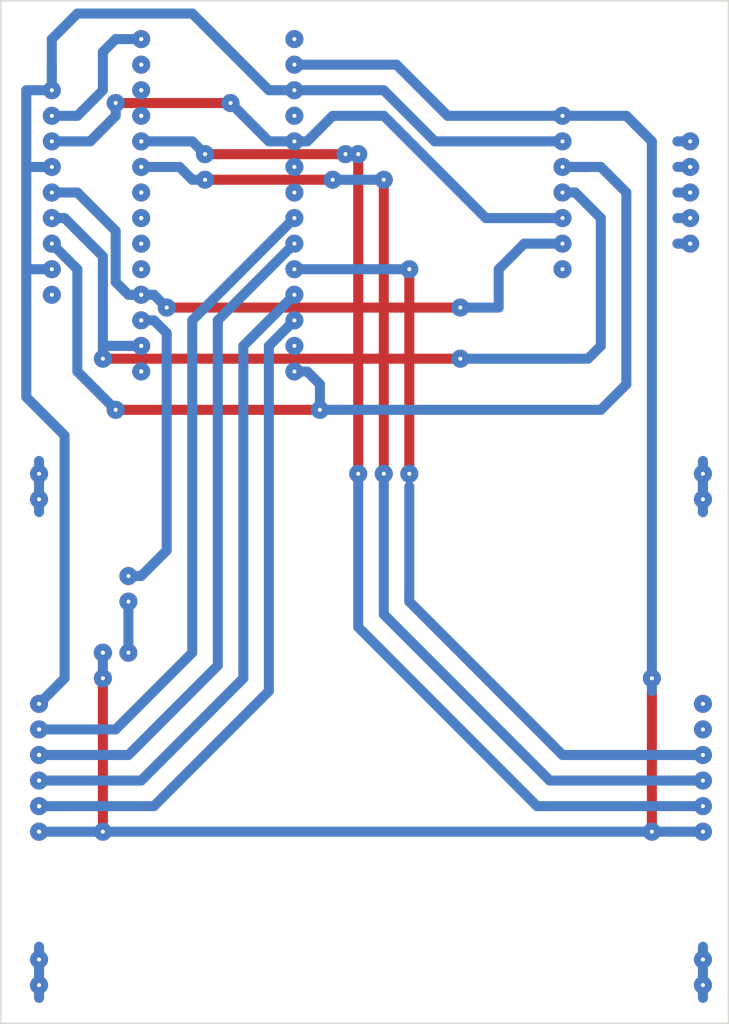
<source format=kicad_pcb>
(kicad_pcb (version 20171130) (host pcbnew "(5.0.1-3-g963ef8bb5)")

  (general
    (thickness 1.6)
    (drawings 4)
    (tracks 389)
    (zones 0)
    (modules 0)
    (nets 1)
  )

  (page A4)
  (layers
    (0 F.Cu signal)
    (31 B.Cu signal)
    (32 B.Adhes user)
    (33 F.Adhes user)
    (34 B.Paste user)
    (35 F.Paste user)
    (36 B.SilkS user)
    (37 F.SilkS user)
    (38 B.Mask user)
    (39 F.Mask user)
    (40 Dwgs.User user)
    (41 Cmts.User user)
    (42 Eco1.User user)
    (43 Eco2.User user)
    (44 Edge.Cuts user)
    (45 Margin user)
    (46 B.CrtYd user)
    (47 F.CrtYd user)
    (48 B.Fab user)
    (49 F.Fab user)
  )

  (setup
    (last_trace_width 1)
    (trace_clearance 0.2)
    (zone_clearance 0.508)
    (zone_45_only no)
    (trace_min 0.2)
    (segment_width 0.2)
    (edge_width 0.15)
    (via_size 1.8)
    (via_drill 0.4)
    (via_min_size 0.4)
    (via_min_drill 0.3)
    (uvia_size 0.3)
    (uvia_drill 0.1)
    (uvias_allowed no)
    (uvia_min_size 0.2)
    (uvia_min_drill 0.1)
    (pcb_text_width 0.3)
    (pcb_text_size 1.5 1.5)
    (mod_edge_width 0.15)
    (mod_text_size 1 1)
    (mod_text_width 0.15)
    (pad_size 1.524 1.524)
    (pad_drill 0.762)
    (pad_to_mask_clearance 0.051)
    (solder_mask_min_width 0.25)
    (aux_axis_origin 0 0)
    (visible_elements FFFFFF7F)
    (pcbplotparams
      (layerselection 0x010fc_ffffffff)
      (usegerberextensions false)
      (usegerberattributes false)
      (usegerberadvancedattributes false)
      (creategerberjobfile false)
      (excludeedgelayer true)
      (linewidth 0.150000)
      (plotframeref false)
      (viasonmask false)
      (mode 1)
      (useauxorigin false)
      (hpglpennumber 1)
      (hpglpenspeed 20)
      (hpglpendiameter 15.000000)
      (psnegative false)
      (psa4output false)
      (plotreference true)
      (plotvalue true)
      (plotinvisibletext false)
      (padsonsilk false)
      (subtractmaskfromsilk false)
      (outputformat 1)
      (mirror false)
      (drillshape 1)
      (scaleselection 1)
      (outputdirectory ""))
  )

  (net 0 "")

  (net_class Default "This is the default net class."
    (clearance 0.2)
    (trace_width 1)
    (via_dia 1.8)
    (via_drill 0.4)
    (uvia_dia 0.3)
    (uvia_drill 0.1)
  )

  (net_class neti ""
    (clearance 0.2)
    (trace_width 0.8)
    (via_dia 3)
    (via_drill 0.4)
    (uvia_dia 0.3)
    (uvia_drill 0.1)
  )

  (gr_line (start 45.72 12.7) (end 118.11 12.7) (layer Edge.Cuts) (width 0.15))
  (gr_line (start 45.72 114.3) (end 118.11 114.3) (layer Edge.Cuts) (width 0.15))
  (gr_line (start 118.11 12.7) (end 118.11 114.3) (layer Edge.Cuts) (width 0.15))
  (gr_line (start 45.72 114.3) (end 45.72 12.7) (layer Edge.Cuts) (width 0.15))

  (via (at 59.69 16.51) (size 0.8) (drill 0.4) (layers F.Cu B.Cu) (net 0))
  (via (at 59.69 19.05) (size 0.8) (drill 0.4) (layers F.Cu B.Cu) (net 0))
  (via (at 59.69 21.59) (size 0.8) (drill 0.4) (layers F.Cu B.Cu) (net 0))
  (via (at 59.69 24.13) (size 0.8) (drill 0.4) (layers F.Cu B.Cu) (net 0))
  (via (at 59.69 26.67) (size 0.8) (drill 0.4) (layers F.Cu B.Cu) (net 0))
  (via (at 59.69 26.67) (size 0.8) (drill 0.4) (layers F.Cu B.Cu) (net 0) (tstamp 5C68311F))
  (via (at 59.69 26.67) (size 0.8) (drill 0.4) (layers F.Cu B.Cu) (net 0))
  (via (at 59.69 29.21) (size 0.8) (drill 0.4) (layers F.Cu B.Cu) (net 0))
  (via (at 59.69 31.75) (size 0.8) (drill 0.4) (layers F.Cu B.Cu) (net 0))
  (via (at 59.69 34.29) (size 0.8) (drill 0.4) (layers F.Cu B.Cu) (net 0))
  (via (at 59.69 36.83) (size 0.8) (drill 0.4) (layers F.Cu B.Cu) (net 0))
  (via (at 59.69 39.37) (size 0.8) (drill 0.4) (layers F.Cu B.Cu) (net 0))
  (via (at 59.69 41.91) (size 0.8) (drill 0.4) (layers F.Cu B.Cu) (net 0))
  (via (at 59.69 44.45) (size 0.8) (drill 0.4) (layers F.Cu B.Cu) (net 0))
  (via (at 59.69 46.99) (size 0.8) (drill 0.4) (layers F.Cu B.Cu) (net 0))
  (via (at 59.69 49.53) (size 0.8) (drill 0.4) (layers F.Cu B.Cu) (net 0))
  (via (at 114.3 29.21) (size 0.8) (drill 0.4) (layers F.Cu B.Cu) (net 0))
  (via (at 114.3 31.75) (size 0.8) (drill 0.4) (layers F.Cu B.Cu) (net 0))
  (via (at 114.3 34.29) (size 0.8) (drill 0.4) (layers F.Cu B.Cu) (net 0))
  (via (at 114.3 36.83) (size 0.8) (drill 0.4) (layers F.Cu B.Cu) (net 0))
  (via (at 49.53 85.09) (size 0.8) (drill 0.4) (layers F.Cu B.Cu) (net 0))
  (via (at 49.53 87.63) (size 0.8) (drill 0.4) (layers F.Cu B.Cu) (net 0))
  (via (at 49.53 90.17) (size 0.8) (drill 0.4) (layers F.Cu B.Cu) (net 0))
  (via (at 49.53 92.71) (size 0.8) (drill 0.4) (layers F.Cu B.Cu) (net 0))
  (via (at 49.53 95.25) (size 0.8) (drill 0.4) (layers F.Cu B.Cu) (net 0))
  (via (at 49.53 87.63) (size 0.8) (drill 0.4) (layers F.Cu B.Cu) (net 0) (tstamp 5C6836AE))
  (via (at 49.53 87.63) (size 0.8) (drill 0.4) (layers F.Cu B.Cu) (net 0))
  (via (at 59.69 49.53) (size 0.8) (drill 0.4) (layers F.Cu B.Cu) (net 0) (tstamp 5C6837BC))
  (via (at 59.69 49.53) (size 1.2) (drill 0.4) (layers F.Cu B.Cu) (net 0))
  (via (at 59.69 16.51) (size 0.8) (drill 0.4) (layers F.Cu B.Cu) (net 0) (tstamp 5C6837BF))
  (via (at 59.69 16.51) (size 1.2) (drill 0.4) (layers F.Cu B.Cu) (net 0))
  (via (at 59.69 19.05) (size 0.8) (drill 0.4) (layers F.Cu B.Cu) (net 0) (tstamp 5C6837C1))
  (via (at 59.69 19.05) (size 1.2) (drill 0.4) (layers F.Cu B.Cu) (net 0))
  (via (at 59.69 21.59) (size 0.8) (drill 0.4) (layers F.Cu B.Cu) (net 0) (tstamp 5C6837C3))
  (via (at 59.69 21.59) (size 1.2) (drill 0.4) (layers F.Cu B.Cu) (net 0))
  (via (at 59.69 24.13) (size 0.8) (drill 0.4) (layers F.Cu B.Cu) (net 0) (tstamp 5C6837C5))
  (via (at 59.69 24.13) (size 1.2) (drill 0.4) (layers F.Cu B.Cu) (net 0))
  (via (at 59.69 26.67) (size 0.8) (drill 0.4) (layers F.Cu B.Cu) (net 0) (tstamp 5C6837C7))
  (via (at 59.69 26.67) (size 1.2) (drill 0.4) (layers F.Cu B.Cu) (net 0))
  (via (at 59.69 29.21) (size 0.8) (drill 0.4) (layers F.Cu B.Cu) (net 0) (tstamp 5C6837C9))
  (via (at 59.69 29.21) (size 1.2) (drill 0.4) (layers F.Cu B.Cu) (net 0))
  (via (at 59.69 31.75) (size 0.8) (drill 0.4) (layers F.Cu B.Cu) (net 0) (tstamp 5C6837CB))
  (via (at 59.69 31.75) (size 1.2) (drill 0.4) (layers F.Cu B.Cu) (net 0))
  (via (at 59.69 34.29) (size 0.8) (drill 0.4) (layers F.Cu B.Cu) (net 0) (tstamp 5C6837CD))
  (via (at 59.69 34.29) (size 1.2) (drill 0.4) (layers F.Cu B.Cu) (net 0))
  (via (at 59.69 36.83) (size 0.8) (drill 0.4) (layers F.Cu B.Cu) (net 0) (tstamp 5C6837CF))
  (via (at 59.69 36.83) (size 1.2) (drill 0.4) (layers F.Cu B.Cu) (net 0))
  (via (at 59.69 39.37) (size 0.8) (drill 0.4) (layers F.Cu B.Cu) (net 0) (tstamp 5C6837D1))
  (via (at 59.69 39.37) (size 1.2) (drill 0.4) (layers F.Cu B.Cu) (net 0))
  (via (at 59.69 41.91) (size 0.8) (drill 0.4) (layers F.Cu B.Cu) (net 0) (tstamp 5C6837D3))
  (via (at 59.69 41.91) (size 1.2) (drill 0.4) (layers F.Cu B.Cu) (net 0))
  (via (at 59.69 44.45) (size 0.8) (drill 0.4) (layers F.Cu B.Cu) (net 0) (tstamp 5C6837D5))
  (via (at 59.69 44.45) (size 1.2) (drill 0.4) (layers F.Cu B.Cu) (net 0))
  (via (at 59.69 46.99) (size 0.8) (drill 0.4) (layers F.Cu B.Cu) (net 0) (tstamp 5C6837D7))
  (via (at 59.69 46.99) (size 1.2) (drill 0.4) (layers F.Cu B.Cu) (net 0))
  (via (at 59.69 49.53) (size 0.8) (drill 0.4) (layers F.Cu B.Cu) (net 0) (tstamp 5C6837D9))
  (via (at 59.69 49.53) (size 1.2) (drill 0.4) (layers F.Cu B.Cu) (net 0))
  (via (at 59.69 49.53) (size 0.8) (drill 0.4) (layers F.Cu B.Cu) (net 0) (tstamp 5C6837F5))
  (via (at 59.69 49.53) (size 1.5) (drill 0.4) (layers F.Cu B.Cu) (net 0))
  (via (at 59.69 49.53) (size 0.8) (drill 0.4) (layers F.Cu B.Cu) (net 0) (tstamp 5C6837F7))
  (via (at 59.69 49.53) (size 1.5) (drill 0.4) (layers F.Cu B.Cu) (net 0))
  (via (at 59.69 46.99) (size 0.8) (drill 0.4) (layers F.Cu B.Cu) (net 0) (tstamp 5C6837F9))
  (via (at 59.69 46.99) (size 1.5) (drill 0.4) (layers F.Cu B.Cu) (net 0))
  (via (at 59.69 44.45) (size 0.8) (drill 0.4) (layers F.Cu B.Cu) (net 0) (tstamp 5C6837FB))
  (via (at 59.69 44.45) (size 1.5) (drill 0.4) (layers F.Cu B.Cu) (net 0))
  (via (at 59.69 41.91) (size 0.8) (drill 0.4) (layers F.Cu B.Cu) (net 0) (tstamp 5C6837FD))
  (via (at 59.69 41.91) (size 1.5) (drill 0.4) (layers F.Cu B.Cu) (net 0))
  (via (at 59.69 39.37) (size 0.8) (drill 0.4) (layers F.Cu B.Cu) (net 0) (tstamp 5C6837FF))
  (via (at 59.69 39.37) (size 1.5) (drill 0.4) (layers F.Cu B.Cu) (net 0))
  (via (at 59.69 36.83) (size 0.8) (drill 0.4) (layers F.Cu B.Cu) (net 0) (tstamp 5C683801))
  (via (at 59.69 36.83) (size 1.5) (drill 0.4) (layers F.Cu B.Cu) (net 0))
  (via (at 59.69 34.29) (size 0.8) (drill 0.4) (layers F.Cu B.Cu) (net 0) (tstamp 5C683803))
  (via (at 59.69 34.29) (size 1.5) (drill 0.4) (layers F.Cu B.Cu) (net 0))
  (via (at 59.69 31.75) (size 0.8) (drill 0.4) (layers F.Cu B.Cu) (net 0) (tstamp 5C683805))
  (via (at 59.69 31.75) (size 1.5) (drill 0.4) (layers F.Cu B.Cu) (net 0))
  (via (at 59.69 29.21) (size 0.8) (drill 0.4) (layers F.Cu B.Cu) (net 0) (tstamp 5C683807))
  (via (at 59.69 29.21) (size 1.5) (drill 0.4) (layers F.Cu B.Cu) (net 0))
  (via (at 59.69 26.67) (size 0.8) (drill 0.4) (layers F.Cu B.Cu) (net 0) (tstamp 5C683809))
  (via (at 59.69 26.67) (size 1.5) (drill 0.4) (layers F.Cu B.Cu) (net 0))
  (via (at 59.69 24.13) (size 0.8) (drill 0.4) (layers F.Cu B.Cu) (net 0) (tstamp 5C68380B))
  (via (at 59.69 24.13) (size 1.5) (drill 0.4) (layers F.Cu B.Cu) (net 0))
  (via (at 59.69 21.59) (size 0.8) (drill 0.4) (layers F.Cu B.Cu) (net 0) (tstamp 5C68380D))
  (via (at 59.69 21.59) (size 1.5) (drill 0.4) (layers F.Cu B.Cu) (net 0))
  (via (at 59.69 19.05) (size 0.8) (drill 0.4) (layers F.Cu B.Cu) (net 0) (tstamp 5C68380F))
  (via (at 59.69 19.05) (size 1.5) (drill 0.4) (layers F.Cu B.Cu) (net 0))
  (via (at 59.69 16.51) (size 0.8) (drill 0.4) (layers F.Cu B.Cu) (net 0) (tstamp 5C683811))
  (via (at 59.69 16.51) (size 1.5) (drill 0.4) (layers F.Cu B.Cu) (net 0))
  (via (at 114.3 29.21) (size 0.8) (drill 0.4) (layers F.Cu B.Cu) (net 0) (tstamp 5C683869))
  (via (at 114.3 29.21) (size 1.5) (drill 0.4) (layers F.Cu B.Cu) (net 0))
  (via (at 114.3 31.75) (size 0.8) (drill 0.4) (layers F.Cu B.Cu) (net 0) (tstamp 5C68386B))
  (via (at 114.3 31.75) (size 1.5) (drill 0.4) (layers F.Cu B.Cu) (net 0))
  (via (at 114.3 34.29) (size 0.8) (drill 0.4) (layers F.Cu B.Cu) (net 0) (tstamp 5C68386D))
  (via (at 114.3 34.29) (size 1.5) (drill 0.4) (layers F.Cu B.Cu) (net 0))
  (via (at 114.3 36.83) (size 0.8) (drill 0.4) (layers F.Cu B.Cu) (net 0) (tstamp 5C68386F))
  (via (at 114.3 36.83) (size 1.5) (drill 0.4) (layers F.Cu B.Cu) (net 0))
  (via (at 49.53 85.09) (size 0.8) (drill 0.4) (layers F.Cu B.Cu) (net 0) (tstamp 5C683885))
  (via (at 49.53 87.63) (size 0.8) (drill 0.4) (layers F.Cu B.Cu) (net 0) (tstamp 5C683887))
  (via (at 49.53 87.63) (size 1.5) (drill 0.4) (layers F.Cu B.Cu) (net 0))
  (via (at 49.53 90.17) (size 0.8) (drill 0.4) (layers F.Cu B.Cu) (net 0) (tstamp 5C683889))
  (via (at 49.53 90.17) (size 1.5) (drill 0.4) (layers F.Cu B.Cu) (net 0))
  (via (at 49.53 92.71) (size 0.8) (drill 0.4) (layers F.Cu B.Cu) (net 0) (tstamp 5C68388B))
  (via (at 49.53 92.71) (size 1.5) (drill 0.4) (layers F.Cu B.Cu) (net 0))
  (via (at 49.53 95.25) (size 0.8) (drill 0.4) (layers F.Cu B.Cu) (net 0) (tstamp 5C68388D))
  (via (at 49.53 95.25) (size 1.5) (drill 0.4) (layers F.Cu B.Cu) (net 0))
  (via (at 49.53 85.09) (size 0.8) (drill 0.4) (layers F.Cu B.Cu) (net 0) (tstamp 5C6842EE))
  (via (at 49.53 85.09) (size 1.5) (drill 0.4) (layers F.Cu B.Cu) (net 0))
  (via (at 49.53 85.09) (size 0.8) (drill 0.4) (layers F.Cu B.Cu) (net 0) (tstamp 5C7B7558))
  (via (at 49.53 85.09) (size 1.8) (drill 0.4) (layers F.Cu B.Cu) (net 0))
  (via (at 49.53 87.63) (size 0.8) (drill 0.4) (layers F.Cu B.Cu) (net 0) (tstamp 5C7B755A))
  (via (at 49.53 87.63) (size 1.8) (drill 0.4) (layers F.Cu B.Cu) (net 0))
  (via (at 49.53 90.17) (size 0.8) (drill 0.4) (layers F.Cu B.Cu) (net 0) (tstamp 5C7B755C))
  (via (at 49.53 90.17) (size 1.8) (drill 0.4) (layers F.Cu B.Cu) (net 0))
  (via (at 49.53 92.71) (size 0.8) (drill 0.4) (layers F.Cu B.Cu) (net 0) (tstamp 5C7B755E))
  (via (at 49.53 92.71) (size 1.8) (drill 0.4) (layers F.Cu B.Cu) (net 0))
  (via (at 49.53 95.25) (size 0.8) (drill 0.4) (layers F.Cu B.Cu) (net 0) (tstamp 5C7B7560))
  (via (at 49.53 95.25) (size 1.8) (drill 0.4) (layers F.Cu B.Cu) (net 0))
  (via (at 114.3 29.21) (size 0.8) (drill 0.4) (layers F.Cu B.Cu) (net 0) (tstamp 5C7B7576))
  (via (at 114.3 29.21) (size 1.8) (drill 0.4) (layers F.Cu B.Cu) (net 0))
  (via (at 114.3 31.75) (size 0.8) (drill 0.4) (layers F.Cu B.Cu) (net 0) (tstamp 5C7B7578))
  (via (at 114.3 31.75) (size 1.8) (drill 0.4) (layers F.Cu B.Cu) (net 0))
  (via (at 114.3 34.29) (size 0.8) (drill 0.4) (layers F.Cu B.Cu) (net 0) (tstamp 5C7B757A))
  (via (at 114.3 34.29) (size 1.8) (drill 0.4) (layers F.Cu B.Cu) (net 0))
  (via (at 114.3 36.83) (size 0.8) (drill 0.4) (layers F.Cu B.Cu) (net 0) (tstamp 5C7B757C))
  (via (at 114.3 36.83) (size 1.8) (drill 0.4) (layers F.Cu B.Cu) (net 0))
  (via (at 59.69 16.51) (size 0.8) (drill 0.4) (layers F.Cu B.Cu) (net 0) (tstamp 5C7B759C))
  (via (at 59.69 16.51) (size 1.8) (drill 0.4) (layers F.Cu B.Cu) (net 0))
  (via (at 59.69 19.05) (size 0.8) (drill 0.4) (layers F.Cu B.Cu) (net 0) (tstamp 5C7B759E))
  (via (at 59.69 19.05) (size 1.8) (drill 0.4) (layers F.Cu B.Cu) (net 0))
  (via (at 59.69 21.59) (size 0.8) (drill 0.4) (layers F.Cu B.Cu) (net 0) (tstamp 5C7B75A0))
  (via (at 59.69 21.59) (size 1.8) (drill 0.4) (layers F.Cu B.Cu) (net 0))
  (via (at 59.69 24.13) (size 0.8) (drill 0.4) (layers F.Cu B.Cu) (net 0) (tstamp 5C7B75A2))
  (via (at 59.69 24.13) (size 1.8) (drill 0.4) (layers F.Cu B.Cu) (net 0))
  (via (at 59.69 26.67) (size 0.8) (drill 0.4) (layers F.Cu B.Cu) (net 0) (tstamp 5C7B75A4))
  (via (at 59.69 26.67) (size 1.8) (drill 0.4) (layers F.Cu B.Cu) (net 0))
  (via (at 59.69 29.21) (size 0.8) (drill 0.4) (layers F.Cu B.Cu) (net 0) (tstamp 5C7B75A6))
  (via (at 59.69 29.21) (size 1.8) (drill 0.4) (layers F.Cu B.Cu) (net 0))
  (via (at 59.69 31.75) (size 0.8) (drill 0.4) (layers F.Cu B.Cu) (net 0) (tstamp 5C7B75A8))
  (via (at 59.69 31.75) (size 1.8) (drill 0.4) (layers F.Cu B.Cu) (net 0))
  (via (at 59.69 34.29) (size 0.8) (drill 0.4) (layers F.Cu B.Cu) (net 0) (tstamp 5C7B75AA))
  (via (at 59.69 34.29) (size 1.8) (drill 0.4) (layers F.Cu B.Cu) (net 0))
  (via (at 59.69 36.83) (size 0.8) (drill 0.4) (layers F.Cu B.Cu) (net 0) (tstamp 5C7B75AC))
  (via (at 59.69 36.83) (size 1.8) (drill 0.4) (layers F.Cu B.Cu) (net 0))
  (via (at 59.69 39.37) (size 0.8) (drill 0.4) (layers F.Cu B.Cu) (net 0) (tstamp 5C7B75AE))
  (via (at 59.69 39.37) (size 1.8) (drill 0.4) (layers F.Cu B.Cu) (net 0))
  (via (at 59.69 41.91) (size 0.8) (drill 0.4) (layers F.Cu B.Cu) (net 0) (tstamp 5C7B75B0))
  (via (at 59.69 41.91) (size 1.8) (drill 0.4) (layers F.Cu B.Cu) (net 0))
  (via (at 59.69 44.45) (size 0.8) (drill 0.4) (layers F.Cu B.Cu) (net 0) (tstamp 5C7B75B2))
  (via (at 59.69 44.45) (size 1.8) (drill 0.4) (layers F.Cu B.Cu) (net 0))
  (via (at 59.69 46.99) (size 0.8) (drill 0.4) (layers F.Cu B.Cu) (net 0) (tstamp 5C7B75B4))
  (via (at 59.69 46.99) (size 1.8) (drill 0.4) (layers F.Cu B.Cu) (net 0))
  (via (at 59.69 49.53) (size 0.8) (drill 0.4) (layers F.Cu B.Cu) (net 0) (tstamp 5C7B75B6))
  (via (at 59.69 49.53) (size 1.8) (drill 0.4) (layers F.Cu B.Cu) (net 0))
  (via (at 115.57 95.25) (size 1.8) (drill 0.4) (layers F.Cu B.Cu) (net 0))
  (via (at 115.57 92.71) (size 1.8) (drill 0.4) (layers F.Cu B.Cu) (net 0))
  (via (at 115.57 90.17) (size 1.8) (drill 0.4) (layers F.Cu B.Cu) (net 0))
  (via (at 115.57 87.63) (size 1.8) (drill 0.4) (layers F.Cu B.Cu) (net 0))
  (via (at 115.57 85.09) (size 1.8) (drill 0.4) (layers F.Cu B.Cu) (net 0))
  (via (at 115.57 82.55) (size 1.8) (drill 0.4) (layers F.Cu B.Cu) (net 0))
  (via (at 101.6 26.67) (size 1.8) (drill 0.4) (layers F.Cu B.Cu) (net 0))
  (via (at 101.6 29.21) (size 1.8) (drill 0.4) (layers F.Cu B.Cu) (net 0))
  (via (at 101.6 31.75) (size 1.8) (drill 0.4) (layers F.Cu B.Cu) (net 0))
  (via (at 101.6 34.29) (size 1.8) (drill 0.4) (layers F.Cu B.Cu) (net 0))
  (via (at 101.6 36.83) (size 1.8) (drill 0.4) (layers F.Cu B.Cu) (net 0))
  (via (at 101.6 39.37) (size 1.8) (drill 0.4) (layers F.Cu B.Cu) (net 0))
  (via (at 101.6 24.13) (size 1.8) (drill 0.4) (layers F.Cu B.Cu) (net 0))
  (via (at 49.53 110.49) (size 1.8) (drill 0.4) (layers F.Cu B.Cu) (net 0))
  (via (at 115.57 110.49) (size 1.8) (drill 0.4) (layers F.Cu B.Cu) (net 0))
  (via (at 115.57 107.95) (size 1.8) (drill 0.4) (layers F.Cu B.Cu) (net 0))
  (via (at 49.53 107.95) (size 1.8) (drill 0.4) (layers F.Cu B.Cu) (net 0))
  (via (at 49.53 62.23) (size 1.8) (drill 0.4) (layers F.Cu B.Cu) (net 0))
  (via (at 49.53 59.69) (size 1.8) (drill 0.4) (layers F.Cu B.Cu) (net 0))
  (via (at 49.53 82.55) (size 1.8) (drill 0.4) (layers F.Cu B.Cu) (net 0))
  (via (at 115.57 59.69) (size 1.8) (drill 0.4) (layers F.Cu B.Cu) (net 0))
  (via (at 115.57 62.23) (size 1.8) (drill 0.4) (layers F.Cu B.Cu) (net 0))
  (via (at 50.8 31.75) (size 1.8) (drill 0.4) (layers F.Cu B.Cu) (net 0))
  (via (at 50.8 29.21) (size 1.8) (drill 0.4) (layers F.Cu B.Cu) (net 0))
  (via (at 50.8 34.29) (size 1.8) (drill 0.4) (layers F.Cu B.Cu) (net 0))
  (via (at 50.8 36.83) (size 1.8) (drill 0.4) (layers F.Cu B.Cu) (net 0))
  (via (at 50.8 26.67) (size 1.8) (drill 0.4) (layers F.Cu B.Cu) (net 0))
  (via (at 50.8 24.13) (size 1.8) (drill 0.4) (layers F.Cu B.Cu) (net 0))
  (via (at 50.8 39.37) (size 1.8) (drill 0.4) (layers F.Cu B.Cu) (net 0))
  (via (at 50.8 41.91) (size 1.8) (drill 0.4) (layers F.Cu B.Cu) (net 0))
  (via (at 50.8 21.59) (size 1.8) (drill 0.4) (layers F.Cu B.Cu) (net 0))
  (via (at 74.93 16.51) (size 1.8) (drill 0.4) (layers F.Cu B.Cu) (net 0))
  (via (at 74.93 19.05) (size 1.8) (drill 0.4) (layers F.Cu B.Cu) (net 0))
  (via (at 74.93 21.59) (size 1.8) (drill 0.4) (layers F.Cu B.Cu) (net 0))
  (via (at 74.93 24.13) (size 1.8) (drill 0.4) (layers F.Cu B.Cu) (net 0))
  (via (at 74.93 26.67) (size 1.8) (drill 0.4) (layers F.Cu B.Cu) (net 0))
  (via (at 74.93 29.21) (size 1.8) (drill 0.4) (layers F.Cu B.Cu) (net 0))
  (via (at 74.93 31.75) (size 1.8) (drill 0.4) (layers F.Cu B.Cu) (net 0))
  (via (at 74.93 34.29) (size 1.8) (drill 0.4) (layers F.Cu B.Cu) (net 0))
  (via (at 74.93 36.83) (size 1.8) (drill 0.4) (layers F.Cu B.Cu) (net 0))
  (via (at 74.93 39.37) (size 1.8) (drill 0.4) (layers F.Cu B.Cu) (net 0))
  (via (at 74.93 41.91) (size 1.8) (drill 0.4) (layers F.Cu B.Cu) (net 0))
  (via (at 74.93 44.45) (size 1.8) (drill 0.4) (layers F.Cu B.Cu) (net 0))
  (via (at 74.93 46.99) (size 1.8) (drill 0.4) (layers F.Cu B.Cu) (net 0))
  (via (at 74.93 49.53) (size 1.8) (drill 0.4) (layers F.Cu B.Cu) (net 0))
  (segment (start 74.93 21.59) (end 83.82 21.59) (width 1) (layer B.Cu) (net 0))
  (segment (start 88.9 26.67) (end 101.6 26.67) (width 1) (layer B.Cu) (net 0))
  (segment (start 83.82 21.59) (end 88.9 26.67) (width 1) (layer B.Cu) (net 0))
  (segment (start 74.93 19.05) (end 85.09 19.05) (width 1) (layer B.Cu) (net 0))
  (segment (start 85.09 19.05) (end 90.17 24.13) (width 1) (layer B.Cu) (net 0))
  (segment (start 90.17 24.13) (end 101.6 24.13) (width 1) (layer B.Cu) (net 0))
  (segment (start 50.8 16.51) (end 53.34 13.97) (width 1) (layer B.Cu) (net 0))
  (segment (start 53.34 13.97) (end 64.77 13.97) (width 1) (layer B.Cu) (net 0))
  (segment (start 64.77 13.97) (end 72.39 21.59) (width 1) (layer B.Cu) (net 0))
  (segment (start 72.39 21.59) (end 74.93 21.59) (width 1) (layer B.Cu) (net 0))
  (segment (start 50.8 21.59) (end 50.8 19.05) (width 1) (layer B.Cu) (net 0))
  (segment (start 50.8 19.05) (end 50.8 16.51) (width 1) (layer B.Cu) (net 0))
  (segment (start 50.8 20.32) (end 50.8 19.05) (width 1) (layer B.Cu) (net 0))
  (segment (start 57.15 16.51) (end 59.69 16.51) (width 1) (layer B.Cu) (net 0))
  (segment (start 55.88 17.78) (end 57.15 16.51) (width 1) (layer B.Cu) (net 0))
  (segment (start 55.88 21.59) (end 55.88 17.78) (width 1) (layer B.Cu) (net 0))
  (segment (start 53.34 24.13) (end 55.88 21.59) (width 1) (layer B.Cu) (net 0))
  (segment (start 50.8 24.13) (end 53.34 24.13) (width 1) (layer B.Cu) (net 0))
  (via (at 68.58 22.86) (size 1.8) (drill 0.4) (layers F.Cu B.Cu) (net 0))
  (via (at 57.15 22.86) (size 1.8) (drill 0.4) (layers F.Cu B.Cu) (net 0))
  (segment (start 50.8 26.67) (end 54.61 26.67) (width 1) (layer B.Cu) (net 0))
  (segment (start 54.61 26.67) (end 55.88 25.4) (width 1) (layer B.Cu) (net 0))
  (segment (start 50.8 21.59) (end 48.26 21.59) (width 1) (layer B.Cu) (net 0))
  (segment (start 48.26 21.59) (end 48.26 29.21) (width 1) (layer B.Cu) (net 0))
  (segment (start 48.26 29.21) (end 50.8 29.21) (width 1) (layer B.Cu) (net 0))
  (segment (start 48.26 29.21) (end 48.26 39.37) (width 1) (layer B.Cu) (net 0))
  (segment (start 48.26 39.37) (end 50.8 39.37) (width 1) (layer B.Cu) (net 0))
  (segment (start 57.15 53.34) (end 57.15 53.34) (width 1) (layer B.Cu) (net 0) (tstamp 5D87702D))
  (via (at 57.15 53.34) (size 1.8) (drill 0.4) (layers F.Cu B.Cu) (net 0))
  (segment (start 53.34 49.53) (end 57.15 53.34) (width 1) (layer B.Cu) (net 0))
  (segment (start 53.34 39.37) (end 53.34 49.53) (width 1) (layer B.Cu) (net 0))
  (segment (start 50.8 36.83) (end 53.34 39.37) (width 1) (layer B.Cu) (net 0))
  (segment (start 58.42 46.99) (end 59.69 46.99) (width 1) (layer B.Cu) (net 0))
  (segment (start 58.42 41.91) (end 59.69 41.91) (width 1) (layer B.Cu) (net 0))
  (segment (start 57.15 40.64) (end 58.42 41.91) (width 1) (layer B.Cu) (net 0))
  (segment (start 49.53 95.25) (end 55.88 95.25) (width 1) (layer B.Cu) (net 0))
  (segment (start 48.26 39.37) (end 48.26 52.07) (width 1) (layer B.Cu) (net 0))
  (segment (start 48.26 52.07) (end 52.07 55.88) (width 1) (layer B.Cu) (net 0))
  (segment (start 52.07 80.01) (end 49.53 82.55) (width 1) (layer B.Cu) (net 0))
  (segment (start 52.07 55.88) (end 52.07 80.01) (width 1) (layer B.Cu) (net 0))
  (segment (start 113.03 29.21) (end 114.3 29.21) (width 1) (layer B.Cu) (net 0))
  (segment (start 113.03 31.75) (end 114.3 31.75) (width 1) (layer B.Cu) (net 0))
  (segment (start 113.03 34.29) (end 114.3 34.29) (width 1) (layer B.Cu) (net 0))
  (segment (start 113.03 36.83) (end 114.3 36.83) (width 1) (layer B.Cu) (net 0))
  (segment (start 64.77 26.67) (end 66.04 27.94) (width 1) (layer B.Cu) (net 0))
  (segment (start 59.69 26.67) (end 64.77 26.67) (width 1) (layer B.Cu) (net 0))
  (segment (start 53.34 31.75) (end 57.15 35.56) (width 1) (layer B.Cu) (net 0))
  (segment (start 57.15 35.56) (end 57.15 40.64) (width 1) (layer B.Cu) (net 0))
  (segment (start 50.8 31.75) (end 53.34 31.75) (width 1) (layer B.Cu) (net 0))
  (segment (start 52.07 34.29) (end 55.88 38.1) (width 1) (layer B.Cu) (net 0))
  (segment (start 50.8 34.29) (end 52.07 34.29) (width 1) (layer B.Cu) (net 0))
  (segment (start 55.88 38.1) (end 55.88 44.45) (width 1) (layer B.Cu) (net 0))
  (segment (start 64.77 77.47) (end 57.15 85.09) (width 1) (layer B.Cu) (net 0))
  (segment (start 57.15 85.09) (end 49.53 85.09) (width 1) (layer B.Cu) (net 0))
  (segment (start 58.42 77.47) (end 58.42 77.47) (width 1) (layer B.Cu) (net 0) (tstamp 5D8774FA))
  (via (at 58.42 77.47) (size 1.8) (drill 0.4) (layers F.Cu B.Cu) (net 0))
  (segment (start 74.93 36.83) (end 67.31 44.45) (width 1) (layer B.Cu) (net 0))
  (segment (start 67.31 44.45) (end 67.31 78.74) (width 1) (layer B.Cu) (net 0))
  (segment (start 67.31 78.74) (end 58.42 87.63) (width 1) (layer B.Cu) (net 0))
  (segment (start 58.42 87.63) (end 49.53 87.63) (width 1) (layer B.Cu) (net 0))
  (segment (start 74.93 34.29) (end 64.77 44.45) (width 1) (layer B.Cu) (net 0))
  (segment (start 64.77 44.45) (end 64.77 77.47) (width 1) (layer B.Cu) (net 0))
  (segment (start 57.15 53.34) (end 77.47 53.34) (width 1) (layer F.Cu) (net 0))
  (segment (start 74.93 41.91) (end 69.85 46.99) (width 1) (layer B.Cu) (net 0))
  (segment (start 69.85 46.99) (end 69.85 80.01) (width 1) (layer B.Cu) (net 0))
  (segment (start 69.85 80.01) (end 59.69 90.17) (width 1) (layer B.Cu) (net 0))
  (segment (start 59.69 90.17) (end 49.53 90.17) (width 1) (layer B.Cu) (net 0))
  (via (at 77.47 53.34) (size 1.8) (drill 0.4) (layers F.Cu B.Cu) (net 0))
  (segment (start 115.57 59.69) (end 115.57 63.5) (width 1) (layer B.Cu) (net 0))
  (segment (start 115.57 63.5) (end 115.57 58.42) (width 1) (layer B.Cu) (net 0))
  (segment (start 49.53 58.42) (end 49.53 63.5) (width 1) (layer B.Cu) (net 0))
  (segment (start 115.57 106.68) (end 115.57 111.76) (width 1) (layer B.Cu) (net 0))
  (segment (start 49.53 106.68) (end 49.53 111.76) (width 1) (layer B.Cu) (net 0))
  (segment (start 101.6 87.63) (end 115.57 87.63) (width 1) (layer B.Cu) (net 0))
  (segment (start 60.96 92.71) (end 49.53 92.71) (width 1) (layer B.Cu) (net 0))
  (segment (start 72.39 81.28) (end 60.96 92.71) (width 1) (layer B.Cu) (net 0))
  (segment (start 72.39 46.99) (end 72.39 81.28) (width 1) (layer B.Cu) (net 0))
  (segment (start 74.93 44.45) (end 72.39 46.99) (width 1) (layer B.Cu) (net 0))
  (segment (start 66.04 27.94) (end 66.04 27.94) (width 1) (layer B.Cu) (net 0) (tstamp 5D877813))
  (via (at 66.04 27.94) (size 1.8) (drill 0.4) (layers F.Cu B.Cu) (net 0))
  (via (at 66.04 30.48) (size 1.8) (drill 0.4) (layers F.Cu B.Cu) (net 0))
  (segment (start 64.77 30.48) (end 66.04 30.48) (width 1) (layer B.Cu) (net 0))
  (segment (start 63.5 29.21) (end 64.77 30.48) (width 1) (layer B.Cu) (net 0))
  (segment (start 59.69 29.21) (end 63.5 29.21) (width 1) (layer B.Cu) (net 0))
  (segment (start 69.85 24.13) (end 68.58 22.86) (width 1) (layer B.Cu) (net 0))
  (segment (start 54.61 26.67) (end 57.15 24.13) (width 1) (layer B.Cu) (net 0))
  (segment (start 57.15 24.13) (end 57.15 22.86) (width 1) (layer B.Cu) (net 0))
  (segment (start 57.15 22.86) (end 68.58 22.86) (width 1) (layer F.Cu) (net 0))
  (segment (start 66.04 30.48) (end 78.74 30.48) (width 1) (layer F.Cu) (net 0))
  (segment (start 76.2 49.53) (end 77.47 50.8) (width 1) (layer B.Cu) (net 0))
  (segment (start 77.47 50.8) (end 77.47 53.34) (width 1) (layer B.Cu) (net 0))
  (via (at 78.74 30.48) (size 1.8) (drill 0.4) (layers F.Cu B.Cu) (net 0))
  (segment (start 81.28 30.48) (end 81.28 30.48) (width 1) (layer F.Cu) (net 0) (tstamp 5D877C04))
  (via (at 83.82 30.48) (size 1.8) (drill 0.4) (layers F.Cu B.Cu) (net 0))
  (via (at 80.01 27.94) (size 1.8) (drill 0.4) (layers F.Cu B.Cu) (net 0))
  (segment (start 66.04 27.94) (end 66.04 27.94) (width 1) (layer B.Cu) (net 0) (tstamp 5D877C27))
  (via (at 66.04 27.94) (size 1.8) (drill 0.4) (layers F.Cu B.Cu) (net 0))
  (segment (start 66.04 27.94) (end 80.01 27.94) (width 1) (layer F.Cu) (net 0))
  (segment (start 74.93 39.37) (end 86.36 39.37) (width 1) (layer B.Cu) (net 0))
  (segment (start 86.36 39.37) (end 86.36 39.37) (width 1) (layer B.Cu) (net 0) (tstamp 5D877CFE))
  (via (at 86.36 39.37) (size 1.8) (drill 0.4) (layers F.Cu B.Cu) (net 0))
  (segment (start 96.52 82.55) (end 101.6 87.63) (width 1) (layer B.Cu) (net 0))
  (segment (start 95.25 81.28) (end 96.52 82.55) (width 1) (layer B.Cu) (net 0))
  (segment (start 81.28 30.48) (end 81.28 59.69) (width 1) (layer F.Cu) (net 0))
  (segment (start 86.36 39.37) (end 86.36 59.69) (width 1) (layer F.Cu) (net 0))
  (segment (start 86.36 72.39) (end 86.36 71.12) (width 1) (layer B.Cu) (net 0))
  (segment (start 96.52 82.55) (end 86.36 72.39) (width 1) (layer B.Cu) (net 0))
  (via (at 81.28 59.69) (size 1.8) (drill 0.4) (layers F.Cu B.Cu) (net 0))
  (via (at 83.82 59.69) (size 1.8) (drill 0.4) (layers F.Cu B.Cu) (net 0))
  (via (at 86.36 59.69) (size 1.8) (drill 0.4) (layers F.Cu B.Cu) (net 0))
  (segment (start 86.36 60.96) (end 86.36 72.39) (width 1) (layer B.Cu) (net 0))
  (segment (start 100.33 90.17) (end 115.57 90.17) (width 1) (layer B.Cu) (net 0))
  (segment (start 83.82 73.66) (end 100.33 90.17) (width 1) (layer B.Cu) (net 0))
  (segment (start 83.82 59.69) (end 83.82 73.66) (width 1) (layer B.Cu) (net 0))
  (segment (start 99.06 92.71) (end 115.57 92.71) (width 1) (layer B.Cu) (net 0))
  (segment (start 81.28 74.93) (end 99.06 92.71) (width 1) (layer B.Cu) (net 0))
  (segment (start 81.28 59.69) (end 81.28 74.93) (width 1) (layer B.Cu) (net 0))
  (via (at 55.88 80.01) (size 1.8) (drill 0.4) (layers F.Cu B.Cu) (net 0))
  (segment (start 55.88 95.25) (end 110.49 95.25) (width 1) (layer B.Cu) (net 0) (tstamp 5D877ECA))
  (via (at 55.88 95.25) (size 1.8) (drill 0.4) (layers F.Cu B.Cu) (net 0))
  (via (at 55.88 77.47) (size 1.8) (drill 0.4) (layers F.Cu B.Cu) (net 0))
  (via (at 55.88 77.47) (size 1.8) (drill 0.4) (layers F.Cu B.Cu) (net 0) (tstamp 5D877EEF))
  (via (at 55.88 77.47) (size 1.8) (drill 0.4) (layers F.Cu B.Cu) (net 0))
  (segment (start 55.88 77.47) (end 55.88 80.01) (width 1) (layer B.Cu) (net 0))
  (segment (start 55.88 80.01) (end 55.88 95.25) (width 1) (layer F.Cu) (net 0))
  (via (at 62.23 43.18) (size 1.8) (drill 0.4) (layers F.Cu B.Cu) (net 0))
  (segment (start 60.96 44.45) (end 62.23 45.72) (width 1) (layer B.Cu) (net 0))
  (segment (start 59.69 44.45) (end 60.96 44.45) (width 1) (layer B.Cu) (net 0))
  (segment (start 60.96 41.91) (end 62.23 43.18) (width 1) (layer B.Cu) (net 0))
  (segment (start 59.69 41.91) (end 60.96 41.91) (width 1) (layer B.Cu) (net 0))
  (segment (start 58.42 41.91) (end 60.96 41.91) (width 1) (layer B.Cu) (net 0))
  (segment (start 91.44 43.18) (end 91.44 43.18) (width 1) (layer B.Cu) (net 0) (tstamp 5D877F99))
  (via (at 91.44 43.18) (size 1.8) (drill 0.4) (layers F.Cu B.Cu) (net 0))
  (segment (start 62.23 43.18) (end 91.44 43.18) (width 1) (layer F.Cu) (net 0))
  (via (at 55.88 48.26) (size 1.8) (drill 0.4) (layers F.Cu B.Cu) (net 0))
  (segment (start 55.88 46.99) (end 59.69 46.99) (width 1) (layer B.Cu) (net 0))
  (segment (start 55.88 46.99) (end 55.88 44.45) (width 1) (layer B.Cu) (net 0))
  (segment (start 55.88 48.26) (end 55.88 46.99) (width 1) (layer B.Cu) (net 0))
  (segment (start 74.93 49.53) (end 76.2 49.53) (width 1) (layer B.Cu) (net 0))
  (segment (start 105.41 35.56) (end 105.41 46.99) (width 1) (layer B.Cu) (net 0))
  (segment (start 105.41 46.99) (end 104.14 48.26) (width 1) (layer B.Cu) (net 0))
  (segment (start 104.14 48.26) (end 91.44 48.26) (width 1) (layer B.Cu) (net 0))
  (segment (start 91.44 48.26) (end 91.44 48.26) (width 1) (layer B.Cu) (net 0) (tstamp 5D87804A))
  (via (at 91.44 48.26) (size 1.8) (drill 0.4) (layers F.Cu B.Cu) (net 0))
  (segment (start 55.88 48.26) (end 91.44 48.26) (width 1) (layer F.Cu) (net 0))
  (segment (start 101.6 31.75) (end 102.87 31.75) (width 1) (layer B.Cu) (net 0))
  (segment (start 102.87 31.75) (end 105.41 34.29) (width 1) (layer B.Cu) (net 0))
  (segment (start 105.41 34.29) (end 105.41 35.56) (width 1) (layer B.Cu) (net 0))
  (segment (start 93.98 34.29) (end 101.6 34.29) (width 1) (layer B.Cu) (net 0))
  (segment (start 83.82 24.13) (end 93.98 34.29) (width 1) (layer B.Cu) (net 0))
  (segment (start 95.25 43.18) (end 93.98 43.18) (width 1) (layer B.Cu) (net 0))
  (segment (start 93.98 43.18) (end 91.44 43.18) (width 1) (layer B.Cu) (net 0))
  (segment (start 101.6 36.83) (end 97.79 36.83) (width 1) (layer B.Cu) (net 0))
  (segment (start 95.25 39.37) (end 95.25 43.18) (width 1) (layer B.Cu) (net 0))
  (segment (start 97.79 36.83) (end 95.25 39.37) (width 1) (layer B.Cu) (net 0))
  (via (at 114.3 26.67) (size 1.8) (drill 0.4) (layers F.Cu B.Cu) (net 0))
  (segment (start 113.03 26.67) (end 114.3 26.67) (width 1) (layer B.Cu) (net 0))
  (via (at 58.42 72.39) (size 1.8) (drill 0.4) (layers F.Cu B.Cu) (net 0))
  (via (at 58.42 69.85) (size 1.8) (drill 0.4) (layers F.Cu B.Cu) (net 0))
  (segment (start 58.42 72.39) (end 58.42 77.47) (width 1) (layer B.Cu) (net 0))
  (segment (start 58.42 69.85) (end 59.69 69.85) (width 1) (layer B.Cu) (net 0))
  (segment (start 59.69 69.85) (end 62.23 67.31) (width 1) (layer B.Cu) (net 0))
  (segment (start 62.23 45.72) (end 62.23 67.31) (width 1) (layer B.Cu) (net 0))
  (segment (start 80.01 27.94) (end 81.28 27.94) (width 1) (layer B.Cu) (net 0))
  (segment (start 80.01 30.48) (end 83.82 30.48) (width 1) (layer B.Cu) (net 0))
  (segment (start 78.74 30.48) (end 80.01 30.48) (width 1) (layer B.Cu) (net 0))
  (segment (start 80.01 30.48) (end 81.28 30.48) (width 1) (layer B.Cu) (net 0))
  (via (at 81.28 27.94) (size 1.8) (drill 0.4) (layers F.Cu B.Cu) (net 0) (tstamp 5D878632))
  (via (at 81.28 27.94) (size 1.8) (drill 0.4) (layers F.Cu B.Cu) (net 0))
  (segment (start 81.28 30.48) (end 81.28 27.94) (width 1) (layer F.Cu) (net 0))
  (segment (start 83.82 30.48) (end 83.82 59.69) (width 1) (layer F.Cu) (net 0))
  (segment (start 110.49 95.25) (end 115.57 95.25) (width 1) (layer B.Cu) (net 0) (tstamp 5D8D0DC0))
  (via (at 110.49 95.25) (size 1.8) (drill 0.4) (layers F.Cu B.Cu) (net 0))
  (via (at 110.49 80.01) (size 1.8) (drill 0.4) (layers F.Cu B.Cu) (net 0))
  (segment (start 78.74 53.34) (end 105.41 53.34) (width 1) (layer B.Cu) (net 0))
  (segment (start 80.01 53.34) (end 78.74 53.34) (width 1) (layer B.Cu) (net 0))
  (segment (start 78.74 53.34) (end 77.47 53.34) (width 1) (layer B.Cu) (net 0))
  (segment (start 105.41 53.34) (end 107.95 50.8) (width 1) (layer B.Cu) (net 0))
  (segment (start 107.95 50.8) (end 107.95 31.75) (width 1) (layer B.Cu) (net 0))
  (segment (start 107.95 31.75) (end 105.41 29.21) (width 1) (layer B.Cu) (net 0))
  (segment (start 105.41 29.21) (end 102.87 29.21) (width 1) (layer B.Cu) (net 0))
  (segment (start 102.87 29.21) (end 104.14 29.21) (width 1) (layer B.Cu) (net 0))
  (segment (start 101.6 29.21) (end 102.87 29.21) (width 1) (layer B.Cu) (net 0))
  (segment (start 110.49 26.67) (end 107.95 24.13) (width 1) (layer B.Cu) (net 0))
  (segment (start 107.95 24.13) (end 101.6 24.13) (width 1) (layer B.Cu) (net 0))
  (segment (start 110.49 81.28) (end 110.49 26.67) (width 1) (layer B.Cu) (net 0))
  (segment (start 110.49 81.28) (end 110.49 95.25) (width 1) (layer F.Cu) (net 0))
  (segment (start 69.85 24.13) (end 72.39 26.67) (width 1) (layer B.Cu) (net 0))
  (segment (start 72.39 26.67) (end 74.93 26.67) (width 1) (layer B.Cu) (net 0))
  (segment (start 78.742792 24.13) (end 83.82 24.13) (width 1) (layer B.Cu) (net 0))
  (segment (start 76.202792 26.67) (end 78.742792 24.13) (width 1) (layer B.Cu) (net 0))
  (segment (start 74.93 26.67) (end 76.202792 26.67) (width 1) (layer B.Cu) (net 0))

)

</source>
